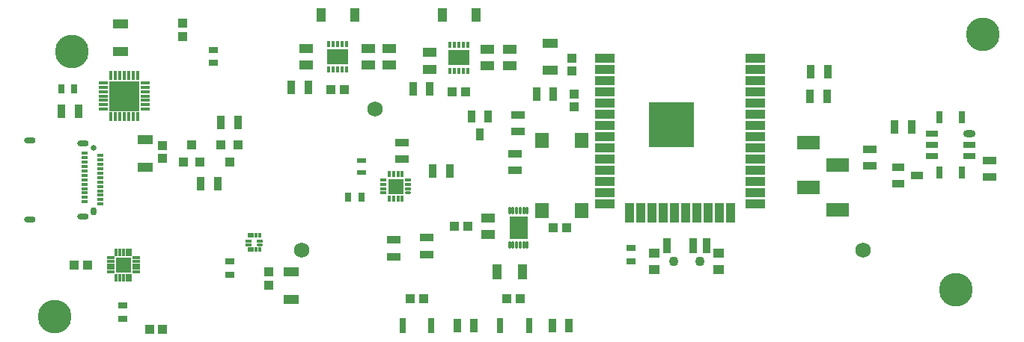
<source format=gts>
G04*
G04 #@! TF.GenerationSoftware,Altium Limited,Altium Designer,18.1.9 (240)*
G04*
G04 Layer_Color=8388736*
%FSLAX25Y25*%
%MOIN*%
G70*
G01*
G75*
%ADD58R,0.03150X0.01181*%
%ADD59R,0.08477X0.10446*%
%ADD60O,0.01181X0.03937*%
%ADD61R,0.03556X0.05918*%
%ADD62R,0.20485X0.20485*%
%ADD63R,0.08674X0.04343*%
%ADD64R,0.04343X0.08674*%
%ADD65R,0.05918X0.03556*%
%ADD66R,0.10236X0.06299*%
%ADD67R,0.01457X0.04370*%
%ADD68R,0.04370X0.01457*%
%ADD69R,0.13189X0.13189*%
%ADD70R,0.07087X0.07087*%
%ADD71R,0.01181X0.03347*%
%ADD72R,0.03347X0.01181*%
%ADD73R,0.03950X0.03950*%
%ADD74R,0.04343X0.07099*%
%ADD75R,0.04343X0.03162*%
%ADD76R,0.05918X0.06902*%
%ADD77R,0.04343X0.05918*%
%ADD78R,0.06693X0.06693*%
%ADD79O,0.02756X0.01378*%
%ADD80R,0.02756X0.01378*%
%ADD81R,0.01378X0.02756*%
%ADD82R,0.03950X0.04343*%
%ADD83O,0.03150X0.01181*%
%ADD84R,0.01181X0.02165*%
%ADD85R,0.01339X0.02756*%
%ADD86R,0.09794X0.06894*%
%ADD87R,0.05524X0.03162*%
%ADD88O,0.05524X0.03162*%
%ADD89R,0.03162X0.05524*%
%ADD90R,0.02965X0.06706*%
%ADD91R,0.03150X0.01575*%
%ADD92R,0.05918X0.04343*%
%ADD93R,0.03162X0.04343*%
%ADD94R,0.03202X0.05446*%
%ADD95R,0.03950X0.03950*%
%ADD96R,0.07099X0.04343*%
%ADD97R,0.05446X0.03202*%
%ADD98R,0.03556X0.06706*%
%ADD99R,0.04737X0.03950*%
%ADD100R,0.03950X0.01981*%
%ADD101C,0.06800*%
%ADD102O,0.05118X0.02756*%
%ADD103O,0.02559X0.03740*%
%ADD104C,0.02559*%
%ADD105C,0.04343*%
%ADD106C,0.14961*%
D58*
X111221Y-112106D02*
D03*
X106102D02*
D03*
Y-113681D02*
D03*
D59*
X226279Y-106004D02*
D03*
D60*
X230217Y-113681D02*
D03*
X228642D02*
D03*
X227067D02*
D03*
X225492D02*
D03*
X223917D02*
D03*
X222342D02*
D03*
Y-98327D02*
D03*
X223917D02*
D03*
X225492D02*
D03*
X227067D02*
D03*
X228642D02*
D03*
X230217D02*
D03*
D61*
X234367Y-46260D02*
D03*
X241848D02*
D03*
X206496Y-149606D02*
D03*
X199016D02*
D03*
X248819D02*
D03*
X241339D02*
D03*
X363721Y-47244D02*
D03*
X356241D02*
D03*
X363976Y-36417D02*
D03*
X356496D02*
D03*
X179331Y-44035D02*
D03*
X186811D02*
D03*
X30315Y-54134D02*
D03*
X22835D02*
D03*
X92323Y-86279D02*
D03*
X84842D02*
D03*
X93898Y-59055D02*
D03*
X101378D02*
D03*
X393898Y-61024D02*
D03*
X401378D02*
D03*
X132677Y-43307D02*
D03*
X125197D02*
D03*
X195669Y-80709D02*
D03*
X188189D02*
D03*
D62*
X294291Y-60039D02*
D03*
D63*
X264764Y-30512D02*
D03*
Y-35512D02*
D03*
Y-40512D02*
D03*
Y-45512D02*
D03*
Y-50512D02*
D03*
Y-55512D02*
D03*
Y-60512D02*
D03*
Y-65512D02*
D03*
Y-70512D02*
D03*
Y-75512D02*
D03*
Y-80512D02*
D03*
Y-85512D02*
D03*
Y-90512D02*
D03*
Y-95512D02*
D03*
X331693D02*
D03*
Y-90512D02*
D03*
Y-85512D02*
D03*
Y-80512D02*
D03*
Y-75512D02*
D03*
Y-70512D02*
D03*
Y-65512D02*
D03*
Y-60512D02*
D03*
Y-55512D02*
D03*
Y-50512D02*
D03*
Y-45512D02*
D03*
Y-40512D02*
D03*
Y-35512D02*
D03*
Y-30512D02*
D03*
D64*
X275728Y-99449D02*
D03*
X280728D02*
D03*
X285728D02*
D03*
X290728D02*
D03*
X295728D02*
D03*
X300728D02*
D03*
X305728D02*
D03*
X310728D02*
D03*
X315728D02*
D03*
X320728D02*
D03*
D65*
X436024Y-75984D02*
D03*
Y-83465D02*
D03*
X170669Y-111417D02*
D03*
Y-118898D02*
D03*
X224626Y-73032D02*
D03*
Y-80512D02*
D03*
X226083Y-63189D02*
D03*
Y-55709D02*
D03*
X382874Y-71063D02*
D03*
Y-78543D02*
D03*
X185558Y-118012D02*
D03*
Y-110531D02*
D03*
X174606Y-75512D02*
D03*
Y-68032D02*
D03*
D66*
X368307Y-97913D02*
D03*
D03*
X355315Y-87913D02*
D03*
X368307Y-77913D02*
D03*
X355315Y-67913D02*
D03*
D67*
X44842Y-56535D02*
D03*
X46811D02*
D03*
X48779D02*
D03*
X50748D02*
D03*
X52716D02*
D03*
X54685D02*
D03*
X56653D02*
D03*
Y-37953D02*
D03*
X54685D02*
D03*
X52716D02*
D03*
X50748D02*
D03*
X48779D02*
D03*
X46811D02*
D03*
X44842D02*
D03*
D68*
X60039Y-53150D02*
D03*
Y-51181D02*
D03*
Y-49213D02*
D03*
Y-47244D02*
D03*
Y-45276D02*
D03*
Y-43307D02*
D03*
Y-41339D02*
D03*
X41457D02*
D03*
Y-43307D02*
D03*
Y-45276D02*
D03*
Y-47244D02*
D03*
Y-49213D02*
D03*
Y-51181D02*
D03*
Y-53150D02*
D03*
D69*
X50748Y-47244D02*
D03*
D70*
X50374Y-122648D02*
D03*
D71*
X47224Y-116919D02*
D03*
X48799D02*
D03*
X50374D02*
D03*
X51949D02*
D03*
X53524D02*
D03*
Y-128376D02*
D03*
X51949D02*
D03*
X50374D02*
D03*
X48799D02*
D03*
X47224D02*
D03*
D72*
X56102Y-119498D02*
D03*
Y-121073D02*
D03*
Y-122648D02*
D03*
Y-124223D02*
D03*
Y-125797D02*
D03*
X44646D02*
D03*
Y-124223D02*
D03*
Y-122648D02*
D03*
Y-121073D02*
D03*
Y-119498D02*
D03*
D73*
X178150Y-137795D02*
D03*
X184055D02*
D03*
X247753Y-106004D02*
D03*
X241848D02*
D03*
X28543Y-122567D02*
D03*
X34449D02*
D03*
X196850Y-45276D02*
D03*
X202756D02*
D03*
X62008Y-151450D02*
D03*
X67913D02*
D03*
X227024Y-137795D02*
D03*
X221118D02*
D03*
X142717Y-44291D02*
D03*
X148622D02*
D03*
X197835Y-105315D02*
D03*
X203740D02*
D03*
D74*
X216752Y-125797D02*
D03*
X228169D02*
D03*
D75*
X276575Y-115157D02*
D03*
Y-121063D02*
D03*
X97638Y-126969D02*
D03*
Y-121063D02*
D03*
X90551Y-26575D02*
D03*
Y-32480D02*
D03*
X50132Y-146653D02*
D03*
Y-140748D02*
D03*
D76*
X236663Y-98327D02*
D03*
Y-67027D02*
D03*
X254380Y-98327D02*
D03*
Y-67027D02*
D03*
D77*
X207283Y-10925D02*
D03*
X192323D02*
D03*
X138386D02*
D03*
X153347D02*
D03*
D78*
X171653Y-87598D02*
D03*
D79*
X177165Y-90551D02*
D03*
D80*
Y-88583D02*
D03*
Y-86614D02*
D03*
Y-84646D02*
D03*
X166142D02*
D03*
Y-86614D02*
D03*
Y-88583D02*
D03*
Y-90551D02*
D03*
D81*
X174606Y-82087D02*
D03*
X172638D02*
D03*
X170669D02*
D03*
X168701D02*
D03*
Y-93110D02*
D03*
X170669D02*
D03*
X172638D02*
D03*
X174606D02*
D03*
D82*
X93898Y-68898D02*
D03*
X101378D02*
D03*
X97638Y-76772D02*
D03*
X84449D02*
D03*
X76968D02*
D03*
X80709Y-68898D02*
D03*
D83*
X111221Y-113681D02*
D03*
D84*
X111024Y-109547D02*
D03*
X109449D02*
D03*
X107874D02*
D03*
X106299D02*
D03*
X106299Y-115847D02*
D03*
X107874D02*
D03*
X109449D02*
D03*
X111024D02*
D03*
D85*
X149803Y-23924D02*
D03*
X147835D02*
D03*
X145866D02*
D03*
X143898D02*
D03*
X141929D02*
D03*
Y-35524D02*
D03*
X143898D02*
D03*
X145866D02*
D03*
X147835D02*
D03*
X149803D02*
D03*
X203740Y-35918D02*
D03*
X201772D02*
D03*
X199803D02*
D03*
X197835D02*
D03*
X195866D02*
D03*
Y-24318D02*
D03*
X197835D02*
D03*
X199803D02*
D03*
X201772D02*
D03*
X203740D02*
D03*
D86*
X145866Y-29724D02*
D03*
X199803Y-30118D02*
D03*
D87*
X427165Y-73898D02*
D03*
Y-68898D02*
D03*
X410433Y-63898D02*
D03*
Y-68898D02*
D03*
Y-73898D02*
D03*
D88*
X427165Y-63898D02*
D03*
D89*
X423799Y-56850D02*
D03*
X413799D02*
D03*
Y-81417D02*
D03*
X423799D02*
D03*
D90*
X174705Y-149606D02*
D03*
X187500D02*
D03*
X218228D02*
D03*
X231024D02*
D03*
D91*
X40000Y-95473D02*
D03*
Y-93504D02*
D03*
Y-91536D02*
D03*
Y-89567D02*
D03*
Y-87598D02*
D03*
Y-85630D02*
D03*
Y-83661D02*
D03*
Y-81693D02*
D03*
Y-79724D02*
D03*
Y-77756D02*
D03*
Y-75787D02*
D03*
Y-73819D02*
D03*
X33110Y-72835D02*
D03*
Y-74803D02*
D03*
Y-76772D02*
D03*
Y-78740D02*
D03*
Y-80709D02*
D03*
Y-82677D02*
D03*
Y-84646D02*
D03*
Y-86614D02*
D03*
Y-88583D02*
D03*
Y-90551D02*
D03*
Y-92520D02*
D03*
Y-94488D02*
D03*
D92*
X222342Y-33858D02*
D03*
Y-26378D02*
D03*
X212598Y-33858D02*
D03*
Y-26378D02*
D03*
X186811Y-35236D02*
D03*
Y-27756D02*
D03*
X168826Y-33465D02*
D03*
Y-25984D02*
D03*
X159449Y-33465D02*
D03*
Y-25984D02*
D03*
X131890Y-25984D02*
D03*
Y-33465D02*
D03*
X212795Y-101575D02*
D03*
Y-109055D02*
D03*
D93*
X22638Y-44035D02*
D03*
X28543D02*
D03*
X156299Y-92520D02*
D03*
X150394D02*
D03*
D94*
X212657Y-56299D02*
D03*
X205453D02*
D03*
X209055Y-64370D02*
D03*
D95*
X115157Y-125787D02*
D03*
Y-131693D02*
D03*
X250000Y-36220D02*
D03*
Y-30315D02*
D03*
X250984Y-46260D02*
D03*
Y-52165D02*
D03*
X76870Y-20768D02*
D03*
Y-14862D02*
D03*
X67913Y-69291D02*
D03*
Y-75197D02*
D03*
D96*
X125000Y-137992D02*
D03*
Y-125787D02*
D03*
X240354Y-23622D02*
D03*
Y-35827D02*
D03*
X49114Y-15157D02*
D03*
Y-27362D02*
D03*
X60039Y-78937D02*
D03*
Y-66732D02*
D03*
D97*
X395571Y-79075D02*
D03*
Y-86279D02*
D03*
X403642Y-82677D02*
D03*
D98*
X304134Y-114183D02*
D03*
X292323D02*
D03*
X310039D02*
D03*
D99*
X286811Y-124872D02*
D03*
X315551D02*
D03*
X286811Y-117274D02*
D03*
X315551D02*
D03*
D100*
X156496Y-81299D02*
D03*
Y-76181D02*
D03*
D101*
X129626Y-116142D02*
D03*
X162402Y-53150D02*
D03*
X379724Y-116142D02*
D03*
D102*
X8858Y-102362D02*
D03*
Y-66929D02*
D03*
X32283Y-100906D02*
D03*
Y-68386D02*
D03*
D103*
X37205Y-98819D02*
D03*
D104*
Y-70473D02*
D03*
D105*
X295276Y-121073D02*
D03*
X307087D02*
D03*
D106*
X421260Y-133858D02*
D03*
X433071Y-19685D02*
D03*
X27559Y-27559D02*
D03*
X19685Y-145669D02*
D03*
M02*

</source>
